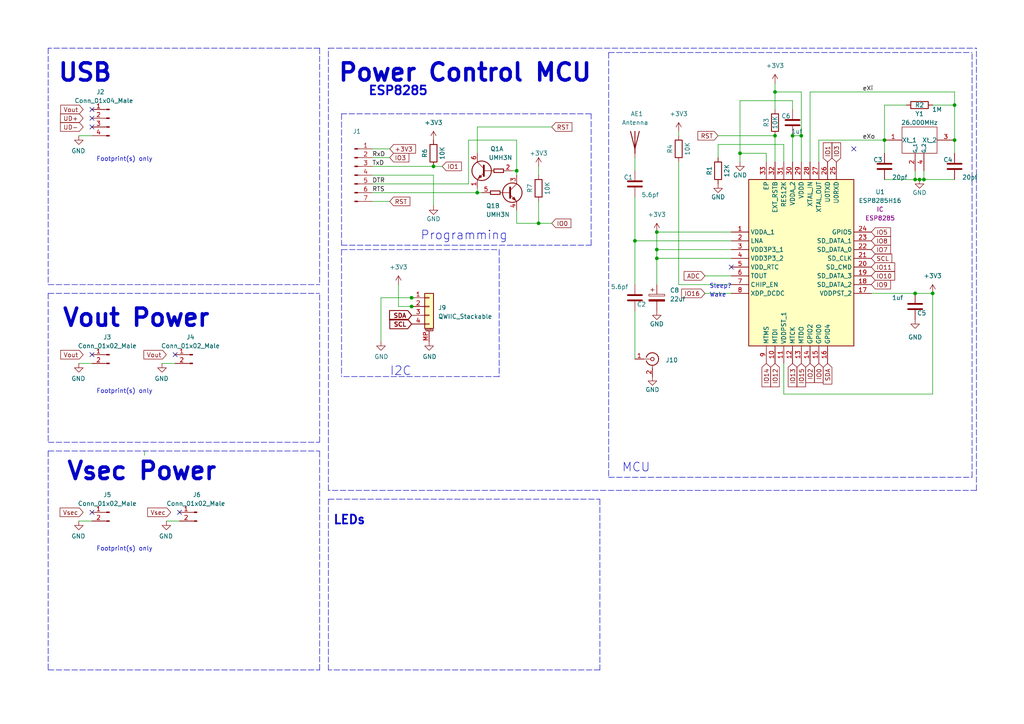
<source format=kicad_sch>
(kicad_sch (version 20211123) (generator eeschema)
  (paper "A4")
  (title_block (title "USB-C PD Controller") (rev "0.0.1") (company "The Nerd Mage"))
  (lib_symbols
    (symbol "0-TINKER Customs:ABM8-26.000MHz-20-D1X-T" (pin_names (offset 0.002))
      (property "Reference" "Y2" (at 0 8.255 0))
      (property "Value" "ABM8-26.000MHz-20-D1X-T" (at 0 6.35 0))
      (symbol "ABM8-26.000MHz-20-D1X-T_0_0"
        (pin passive line (at -10.16 0 0) (length 5.08) (name "Xt_1") (number "1"))
        (pin passive line (at -1.27 -8.89 90) (length 5.08) (name "G_1") (number "2"))
        (pin passive line (at 10.16 0 180) (length 5.08) (name "Xt_2") (number "3"))
        (pin passive line (at 1.27 -8.89 90) (length 5.08) (name "G_2") (number "4"))
      )
      (symbol "ABM8-26.000MHz-20-D1X-T_0_1"
        (polyline (pts (xy -5.08 3.81) (xy 5.08 3.81) (xy 5.08 -3.81) (xy -5.08 -3.81) (xy -5.08 3.81)) (stroke (width 0.1524)))
      )
    )
    (symbol "Connector:Conn_01x02_Male" (pin_names (offset 1.016) hide)
      (property "Reference" "J" (at 0 2.54 0))
      (property "Value" "Conn_01x02_Male" (at 0 -5.08 0))
      (symbol "Conn_01x02_Male_1_1"
        (polyline (pts (xy 1.27 -2.54) (xy 0.8636 -2.54)) (stroke (width 0.1524)))
        (polyline (pts (xy 1.27 0) (xy 0.8636 0)) (stroke (width 0.1524)))
        (rectangle (start 0.8636 -2.413) (end 0 -2.667) (stroke (width 0.1524)) (fill (type outline)))
        (rectangle (start 0.8636 0.127) (end 0 -0.127) (stroke (width 0.1524)) (fill (type outline)))
        (pin passive line (at 5.08 0 180) (length 3.81) (name "Pin_1") (number "1"))
        (pin passive line (at 5.08 -2.54 180) (length 3.81) (name "Pin_2") (number "2"))
      )
    )
    (symbol "Connector:Conn_01x04_Male" (pin_names (offset 1.016) hide)
      (property "Reference" "J" (at 0 5.08 0))
      (property "Value" "Conn_01x04_Male" (at 0 -7.62 0))
      (symbol "Conn_01x04_Male_1_1"
        (polyline (pts (xy 1.27 -5.08) (xy 0.8636 -5.08)) (stroke (width 0.1524)))
        (polyline (pts (xy 1.27 -2.54) (xy 0.8636 -2.54)) (stroke (width 0.1524)))
        (polyline (pts (xy 1.27 0) (xy 0.8636 0)) (stroke (width 0.1524)))
        (polyline (pts (xy 1.27 2.54) (xy 0.8636 2.54)) (stroke (width 0.1524)))
        (rectangle (start 0.8636 -4.953) (end 0 -5.207) (stroke (width 0.1524)) (fill (type outline)))
        (rectangle (start 0.8636 -2.413) (end 0 -2.667) (stroke (width 0.1524)) (fill (type outline)))
        (rectangle (start 0.8636 0.127) (end 0 -0.127) (stroke (width 0.1524)) (fill (type outline)))
        (rectangle (start 0.8636 2.667) (end 0 2.413) (stroke (width 0.1524)) (fill (type outline)))
        (pin passive line (at 5.08 2.54 180) (length 3.81) (name "Pin_1") (number "1"))
        (pin passive line (at 5.08 0 180) (length 3.81) (name "Pin_2") (number "2"))
        (pin passive line (at 5.08 -2.54 180) (length 3.81) (name "Pin_3") (number "3"))
        (pin passive line (at 5.08 -5.08 180) (length 3.81) (name "Pin_4") (number "4"))
      )
    )
    (symbol "Connector:Conn_01x07_Male" (pin_names (offset 1.016) hide)
      (property "Reference" "J" (at 0 10.16 0))
      (property "Value" "Conn_01x07_Male" (at 0 -10.16 0))
      (symbol "Conn_01x07_Male_1_1"
        (polyline (pts (xy 1.27 -7.62) (xy 0.8636 -7.62)) (stroke (width 0.1524)))
        (polyline (pts (xy 1.27 -5.08) (xy 0.8636 -5.08)) (stroke (width 0.1524)))
        (polyline (pts (xy 1.27 -2.54) (xy 0.8636 -2.54)) (stroke (width 0.1524)))
        (polyline (pts (xy 1.27 0) (xy 0.8636 0)) (stroke (width 0.1524)))
        (polyline (pts (xy 1.27 2.54) (xy 0.8636 2.54)) (stroke (width 0.1524)))
        (polyline (pts (xy 1.27 5.08) (xy 0.8636 5.08)) (stroke (width 0.1524)))
        (polyline (pts (xy 1.27 7.62) (xy 0.8636 7.62)) (stroke (width 0.1524)))
        (rectangle (start 0.8636 -7.493) (end 0 -7.747) (stroke (width 0.1524)) (fill (type outline)))
        (rectangle (start 0.8636 -4.953) (end 0 -5.207) (stroke (width 0.1524)) (fill (type outline)))
        (rectangle (start 0.8636 -2.413) (end 0 -2.667) (stroke (width 0.1524)) (fill (type outline)))
        (rectangle (start 0.8636 0.127) (end 0 -0.127) (stroke (width 0.1524)) (fill (type outline)))
        (rectangle (start 0.8636 2.667) (end 0 2.413) (stroke (width 0.1524)) (fill (type outline)))
        (rectangle (start 0.8636 5.207) (end 0 4.953) (stroke (width 0.1524)) (fill (type outline)))
        (rectangle (start 0.8636 7.747) (end 0 7.493) (stroke (width 0.1524)) (fill (type outline)))
        (pin passive line (at 5.08 7.62 180) (length 3.81) (name "Pin_1") (number "1"))
        (pin passive line (at 5.08 5.08 180) (length 3.81) (name "Pin_2") (number "2"))
        (pin passive line (at 5.08 2.54 180) (length 3.81) (name "Pin_3") (number "3"))
        (pin passive line (at 5.08 0 180) (length 3.81) (name "Pin_4") (number "4"))
        (pin passive line (at 5.08 -2.54 180) (length 3.81) (name "Pin_5") (number "5"))
        (pin passive line (at 5.08 -5.08 180) (length 3.81) (name "Pin_6") (number "6"))
        (pin passive line (at 5.08 -7.62 180) (length 3.81) (name "Pin_7") (number "7"))
      )
    )
    (symbol "Connector:Conn_Coaxial" (pin_names (offset 1.016) hide)
      (property "Reference" "J" (at 0.254 3.048 0))
      (property "Value" "Conn_Coaxial" (at 2.921 0 90))
      (symbol "Conn_Coaxial_0_1"
        (arc (start -1.778 -0.508) (mid 0.222 -1.808) (end 1.778 0) (stroke (width 0.254)))
        (polyline (pts (xy -2.54 0) (xy -0.508 0)))
        (polyline (pts (xy 0 -2.54) (xy 0 -1.778)))
        (circle (center 0 0) (radius 0.508) (stroke (width 0.2032)))
        (arc (start 1.778 0) (mid 0.2221 1.8083) (end -1.778 0.508) (stroke (width 0.254)))
      )
      (symbol "Conn_Coaxial_1_1"
        (pin passive line (at -5.08 0 0) (length 2.54) (name "In") (number "1"))
        (pin passive line (at 0 -5.08 90) (length 2.54) (name "Ext") (number "2"))
      )
    )
    (symbol "Connector_QWIIC_Stackable:QWIIC_Stackable" (pin_names (offset 1.016) hide)
      (property "Reference" "J" (at 0 5.08 0))
      (property "Value" "QWIIC_Stackable" (at 1.27 -7.62 0))
      (symbol "QWIIC_Stackable_1_1"
        (rectangle (start -1.27 -4.953) (end 0 -5.207) (stroke (width 0.1524)))
        (rectangle (start -1.27 -2.413) (end 0 -2.667) (stroke (width 0.1524)))
        (rectangle (start -1.27 0.127) (end 0 -0.127) (stroke (width 0.1524)))
        (rectangle (start -1.27 2.667) (end 0 2.413) (stroke (width 0.1524)))
        (rectangle (start -1.27 3.81) (end 1.27 -6.35) (stroke (width 0.254)) (fill (type background)))
        (polyline (pts (xy -1.016 -7.112) (xy 1.016 -7.112)) (stroke (width 0.1524)))
        (text "Mounting" (at 0 -6.731 0) (effects (font (size 0.381 0.381))))
        (pin passive line (at -5.08 2.54 0) (length 3.81) (name "Pin_1") (number "1"))
        (pin passive line (at -5.08 0 0) (length 3.81) (name "Pin_2") (number "2"))
        (pin passive line (at -5.08 -2.54 0) (length 3.81) (name "Pin_3") (number "3"))
        (pin passive line (at -5.08 -5.08 0) (length 3.81) (name "Pin_4") (number "4"))
        (pin passive line (at 0 -10.16 90) (length 3.048) (name "MountPin") (number "MP"))
      )
    )
    (symbol "Device:C" (pin_numbers hide) (pin_names (offset 0.254))
      (property "Reference" "C" (at 0.635 2.54 0))
      (property "Value" "C" (at 0.635 -2.54 0))
      (symbol "C_0_1"
        (polyline (pts (xy -2.032 -0.762) (xy 2.032 -0.762)) (stroke (width 0.508)))
        (polyline (pts (xy -2.032 0.762) (xy 2.032 0.762)) (stroke (width 0.508)))
      )
      (symbol "C_1_1"
        (pin passive line (at 0 3.81 270) (length 2.794) (name "~") (number "1"))
        (pin passive line (at 0 -3.81 90) (length 2.794) (name "~") (number "2"))
      )
    )
    (symbol "Device:C_Polarized" (pin_numbers hide) (pin_names (offset 0.254))
      (property "Reference" "C" (at 0.635 2.54 0))
      (property "Value" "C_Polarized" (at 0.635 -2.54 0))
      (symbol "C_Polarized_0_1"
        (rectangle (start -2.286 0.508) (end 2.286 1.016))
        (polyline (pts (xy -1.778 2.286) (xy -0.762 2.286)))
        (polyline (pts (xy -1.27 2.794) (xy -1.27 1.778)))
        (rectangle (start 2.286 -0.508) (end -2.286 -1.016) (fill (type outline)))
      )
      (symbol "C_Polarized_1_1"
        (pin passive line (at 0 3.81 270) (length 2.794) (name "~") (number "1"))
        (pin passive line (at 0 -3.81 90) (length 2.794) (name "~") (number "2"))
      )
    )
    (symbol "Device:R" (pin_numbers hide) (pin_names (offset 0))
      (property "Reference" "R" (at 2.032 0 90))
      (property "Value" "R" (at 0 0 90))
      (symbol "R_0_1"
        (rectangle (start -1.016 -2.54) (end 1.016 2.54) (stroke (width 0.254)))
      )
      (symbol "R_1_1"
        (pin passive line (at 0 3.81 270) (length 1.27) (name "~") (number "1"))
        (pin passive line (at 0 -3.81 90) (length 1.27) (name "~") (number "2"))
      )
    )
    (symbol "ESP8285:ESP8285"
      (property "Value" "ESP8285" (at 0 0 0))
      (property "Reference_1" "IC" (at 36.83 20.32 0))
      (property "Value_1" "ESP8285" (at 36.83 17.78 0))
      (symbol "ESP8285_1_1"
        (rectangle (start 5.08 15.24) (end 35.56 -33.02) (stroke (width 0.254)) (fill (type background)))
        (pin passive line (at 0 0 0) (length 5.08) (name "VDDA_1") (number "1"))
        (pin passive line (at 12.7 -38.1 90) (length 5.08) (name "MTDI") (number "10"))
        (pin passive line (at 15.24 -38.1 90) (length 5.08) (name "VDDPST_1") (number "11"))
        (pin passive line (at 17.78 -38.1 90) (length 5.08) (name "MTCK") (number "12"))
        (pin passive line (at 20.32 -38.1 90) (length 5.08) (name "MTDO") (number "13"))
        (pin passive line (at 22.86 -38.1 90) (length 5.08) (name "GPIO2") (number "14"))
        (pin passive line (at 25.4 -38.1 90) (length 5.08) (name "GPIO0") (number "15"))
        (pin passive line (at 27.94 -38.1 90) (length 5.08) (name "GPIO4") (number "16"))
        (pin passive line (at 40.64 -17.78 180) (length 5.08) (name "VDDPST_2") (number "17"))
        (pin passive line (at 40.64 -15.24 180) (length 5.08) (name "SD_DATA_2") (number "18"))
        (pin passive line (at 40.64 -12.7 180) (length 5.08) (name "SD_DATA_3") (number "19"))
        (pin passive line (at 0 -2.54 0) (length 5.08) (name "LNA") (number "2"))
        (pin passive line (at 40.64 -10.16 180) (length 5.08) (name "SD_CMD") (number "20"))
        (pin passive line (at 40.64 -7.62 180) (length 5.08) (name "SD_CLK") (number "21"))
        (pin passive line (at 40.64 -5.08 180) (length 5.08) (name "SD_DATA_0") (number "22"))
        (pin passive line (at 40.64 -2.54 180) (length 5.08) (name "SD_DATA_1") (number "23"))
        (pin passive line (at 40.64 0 180) (length 5.08) (name "GPIO5") (number "24"))
        (pin passive line (at 30.48 20.32 270) (length 5.08) (name "U0RXD") (number "25"))
        (pin passive line (at 27.94 20.32 270) (length 5.08) (name "U0TXD") (number "26"))
        (pin passive line (at 25.4 20.32 270) (length 5.08) (name "XTAL_OUT") (number "27"))
        (pin passive line (at 22.86 20.32 270) (length 5.08) (name "XTAL_IN") (number "28"))
        (pin passive line (at 20.32 20.32 270) (length 5.08) (name "VDDD") (number "29"))
        (pin passive line (at 0 -5.08 0) (length 5.08) (name "VDD3P3_1") (number "3"))
        (pin passive line (at 17.78 20.32 270) (length 5.08) (name "VDDA_2") (number "30"))
        (pin passive line (at 15.24 20.32 270) (length 5.08) (name "RES12K") (number "31"))
        (pin passive line (at 12.7 20.32 270) (length 5.08) (name "EXT_RSTB") (number "32"))
        (pin passive line (at 10.16 20.32 270) (length 5.08) (name "EP") (number "33"))
        (pin passive line (at 0 -7.62 0) (length 5.08) (name "VDD3P3_2") (number "4"))
        (pin passive line (at 0 -10.16 0) (length 5.08) (name "VDD_RTC") (number "5"))
        (pin passive line (at 0 -12.7 0) (length 5.08) (name "TOUT") (number "6"))
        (pin passive line (at 0 -15.24 0) (length 5.08) (name "CHIP_EN") (number "7"))
        (pin passive line (at 0 -17.78 0) (length 5.08) (name "XDP_DCDC") (number "8"))
        (pin passive line (at 10.16 -38.1 90) (length 5.08) (name "MTMS") (number "9"))
      )
    )
    (symbol "TINKER Customs:Antenna" (pin_numbers hide) (pin_names (offset 1.016) hide)
      (property "Reference" "AE1" (at 2.54 0.6351 0))
      (property "Value" "Antenna" (at 2.54 -1.9049 0))
      (symbol "Antenna_0_1"
        (polyline (pts (xy 0 2.54) (xy 0 -3.81)) (stroke (width 0.254)))
        (polyline (pts (xy 1.27 2.54) (xy 0 -2.54) (xy -1.27 2.54)) (stroke (width 0.254)))
      )
      (symbol "Antenna_1_1"
        (pin input line (at 0 -5.08 90) (length 2.54) (name "A") (number "1"))
      )
    )
    (symbol "Transistor_BJT:UMH3N" (pin_names hide)
      (property "Reference" "Q" (at 7.62 1.27 0))
      (property "Value" "UMH3N" (at 7.62 -1.27 0))
      (symbol "UMH3N_0_1"
        (polyline (pts (xy 3.175 0) (xy 0.254 0)))
        (polyline (pts (xy 3.175 0.635) (xy 5.08 2.54)))
        (polyline (pts (xy 3.175 1.524) (xy 3.175 -1.524)) (stroke (width 0.508)))
        (polyline (pts (xy 3.175 -0.635) (xy 5.08 -2.54) (xy 5.08 -2.54)))
        (polyline (pts (xy 3.81 -1.778) (xy 4.318 -1.27) (xy 4.826 -2.286) (xy 3.81 -1.778) (xy 3.81 -1.778)) (fill (type outline)))
        (rectangle (start 0.254 0.508) (end -2.54 -0.508) (stroke (width 0.254)))
        (circle (center 3.81 0) (radius 2.8194) (stroke (width 0.254)))
      )
      (symbol "UMH3N_1_1"
        (pin passive line (at 5.08 -5.08 90) (length 2.54) (name "E1") (number "1"))
        (pin input line (at -5.08 0 0) (length 2.54) (name "B1") (number "2"))
        (pin passive line (at 5.08 5.08 270) (length 2.54) (name "C1") (number "6"))
      )
      (symbol "UMH3N_2_1"
        (pin passive line (at 5.08 5.08 270) (length 2.54) (name "C2") (number "3"))
        (pin passive line (at 5.08 -5.08 90) (length 2.54) (name "E2") (number "4"))
        (pin input line (at -5.08 0 0) (length 2.54) (name "B2") (number "5"))
      )
    )
    (symbol "power:+3.3V" (power) (pin_names (offset 0))
      (property "Value" "+3.3V" (at 0 3.556 0))
      (symbol "+3.3V_0_1"
        (polyline (pts (xy -0.762 1.27) (xy 0 2.54)))
        (polyline (pts (xy 0 0) (xy 0 2.54)))
        (polyline (pts (xy 0 2.54) (xy 0.762 1.27)))
      )
      (symbol "+3.3V_1_1"
        (pin power_in line (at 0 0 90) (length 0) hide (name "+3V3") (number "1"))
      )
    )
    (symbol "power:GND" (power) (pin_names (offset 0))
      (property "Value" "GND" (at 0 -3.81 0))
      (symbol "GND_0_1"
        (polyline (pts (xy 0 0) (xy 0 -1.27) (xy 1.27 -1.27) (xy 0 -2.54) (xy -1.27 -1.27) (xy 0 -1.27)))
      )
      (symbol "GND_1_1"
        (pin power_in line (at 0 0 270) (length 0) hide (name "GND") (number "1"))
      )
    )
  )
  (junction (at 119.38 88.9))
  (junction (at 265.43 85.09))
  (junction (at 190.5 67.31))
  (junction (at 224.79 26.67))
  (junction (at 256.54 40.64))
  (junction (at 224.79 39.37))
  (junction (at 138.43 55.88))
  (junction (at 149.86 49.53))
  (junction (at 276.86 30.48))
  (junction (at 184.15 69.85))
  (junction (at 265.43 52.07))
  (junction (at 190.5 72.39))
  (junction (at 214.63 44.45))
  (junction (at 232.41 39.37))
  (junction (at 266.7 52.07))
  (junction (at 276.86 40.64))
  (junction (at 190.5 74.93))
  (junction (at 119.38 86.36))
  (junction (at 267.97 52.07))
  (junction (at 229.87 39.37))
  (junction (at 125.73 48.26))
  (junction (at 270.51 85.09))
  (junction (at 156.21 64.77))
  (no_connect (at 26.67 31.75))
  (no_connect (at 247.65 43.18))
  (no_connect (at 26.67 34.29))
  (no_connect (at 26.67 148.59))
  (no_connect (at 50.8 102.87))
  (no_connect (at 52.07 148.59))
  (no_connect (at 26.67 36.83))
  (no_connect (at 212.09 77.47))
  (no_connect (at 26.67 102.87))
  (wire (pts (xy 256.54 30.48) (xy 256.54 40.64)))
  (wire (pts (xy 107.95 53.34) (xy 135.89 53.34)))
  (wire (pts (xy 224.79 39.37) (xy 208.28 39.37)))
  (wire (pts (xy 107.95 48.26) (xy 125.73 48.26)))
  (wire (pts (xy 125.73 48.26) (xy 128.27 48.26)))
  (wire (pts (xy 196.85 38.1) (xy 196.85 39.37)))
  (wire (pts (xy 276.86 40.64) (xy 276.86 44.45)))
  (wire (pts (xy 119.38 88.9) (xy 115.57 88.9)))
  (wire (pts (xy 222.25 44.45) (xy 214.63 44.45)))
  (polyline (pts (xy 95.25 144.78) (xy 173.99 144.78)))
  (polyline (pts (xy 92.71 13.97) (xy 92.71 82.55)))
  (wire (pts (xy 149.86 64.77) (xy 149.86 60.96)))
  (polyline (pts (xy 176.53 138.43) (xy 281.94 138.43)))
  (wire (pts (xy 119.38 88.9) (xy 119.3251 88.9184)))
  (wire (pts (xy 266.7 52.07) (xy 267.97 52.07)))
  (wire (pts (xy 237.49 40.64) (xy 256.54 40.64)))
  (polyline (pts (xy 92.71 13.97) (xy 13.97 13.97)))
  (polyline (pts (xy 13.97 128.27) (xy 92.71 128.27)))
  (polyline (pts (xy 95.25 144.78) (xy 95.25 194.31)))
  (wire (pts (xy 276.86 30.48) (xy 276.86 40.64)))
  (wire (pts (xy 222.25 46.99) (xy 222.25 44.45)))
  (wire (pts (xy 232.41 26.67) (xy 224.79 26.67)))
  (wire (pts (xy 148.59 49.53) (xy 149.86 49.53)))
  (polyline (pts (xy 92.71 128.27) (xy 92.71 85.09)))
  (wire (pts (xy 138.43 55.88) (xy 139.7 55.88)))
  (wire (pts (xy 156.21 48.26) (xy 156.21 50.8)))
  (wire (pts (xy 184.15 57.15) (xy 184.15 69.85)))
  (wire (pts (xy 252.73 85.09) (xy 265.43 85.09)))
  (polyline (pts (xy 144.78 72.39) (xy 144.78 109.22)))
  (wire (pts (xy 107.95 58.42) (xy 113.03 58.42)))
  (wire (pts (xy 119.38 86.36) (xy 110.49 86.36)))
  (polyline (pts (xy 13.97 130.81) (xy 92.71 130.81)))
  (wire (pts (xy 270.51 114.3) (xy 270.51 85.09)))
  (wire (pts (xy 107.95 55.88) (xy 138.43 55.88)))
  (wire (pts (xy 190.5 72.39) (xy 212.09 72.39)))
  (polyline (pts (xy 13.97 85.09) (xy 13.97 128.27)))
  (wire (pts (xy 184.15 69.85) (xy 184.15 82.55)))
  (polyline (pts (xy 173.99 194.31) (xy 95.25 194.31)))
  (wire (pts (xy 184.15 45.72) (xy 184.15 49.53)))
  (polyline (pts (xy 176.53 15.24) (xy 176.53 138.43)))
  (polyline (pts (xy 281.94 138.43) (xy 281.94 15.24)))
  (wire (pts (xy 190.5 72.39) (xy 190.5 74.93)))
  (polyline (pts (xy 13.97 194.31) (xy 92.71 194.31)))
  (wire (pts (xy 138.43 54.61) (xy 138.43 55.88)))
  (wire (pts (xy 26.67 39.37) (xy 22.86 39.37)))
  (wire (pts (xy 115.57 88.9) (xy 115.57 82.55)))
  (wire (pts (xy 204.47 80.01) (xy 212.09 80.01)))
  (polyline (pts (xy 13.97 82.55) (xy 92.71 82.55)))
  (wire (pts (xy 196.85 82.55) (xy 196.85 46.99)))
  (polyline (pts (xy 171.45 33.02) (xy 99.06 33.02)))
  (wire (pts (xy 229.87 39.37) (xy 229.87 46.99)))
  (polyline (pts (xy 95.25 142.24) (xy 95.25 13.97)))
  (polyline (pts (xy 92.71 194.31) (xy 92.71 130.81)))
  (wire (pts (xy 135.89 53.34) (xy 135.89 40.64)))
  (wire (pts (xy 184.15 90.17) (xy 184.15 104.14)))
  (wire (pts (xy 107.95 43.18) (xy 113.03 43.18)))
  (wire (pts (xy 156.21 58.42) (xy 156.21 64.77)))
  (polyline (pts (xy 13.97 130.81) (xy 13.97 194.31)))
  (wire (pts (xy 149.86 40.64) (xy 149.86 49.53)))
  (wire (pts (xy 256.54 40.64) (xy 256.54 44.45)))
  (wire (pts (xy 224.79 46.99) (xy 224.79 39.37)))
  (wire (pts (xy 190.5 67.31) (xy 212.09 67.31)))
  (polyline (pts (xy 95.25 13.97) (xy 283.21 13.97)))
  (wire (pts (xy 265.43 85.09) (xy 270.51 85.09)))
  (polyline (pts (xy 283.21 142.24) (xy 95.25 142.24)))
  (polyline (pts (xy 99.06 72.39) (xy 144.78 72.39)))
  (polyline (pts (xy 13.97 13.97) (xy 13.97 82.55)))
  (polyline (pts (xy 99.06 71.12) (xy 171.45 71.12)))
  (wire (pts (xy 232.41 46.99) (xy 232.41 39.37)))
  (wire (pts (xy 224.79 26.67) (xy 224.79 24.13)))
  (wire (pts (xy 26.67 105.41) (xy 22.86 105.41)))
  (wire (pts (xy 276.86 26.67) (xy 234.95 26.67)))
  (wire (pts (xy 149.86 49.53) (xy 149.86 50.8)))
  (wire (pts (xy 265.43 52.07) (xy 266.7 52.07)))
  (wire (pts (xy 227.33 114.3) (xy 270.51 114.3)))
  (wire (pts (xy 227.33 105.41) (xy 227.33 114.3)))
  (wire (pts (xy 41.91 132.08) (xy 41.91 130.81)))
  (wire (pts (xy 107.95 50.8) (xy 125.73 50.8)))
  (polyline (pts (xy 99.06 72.39) (xy 99.06 109.22)))
  (wire (pts (xy 208.28 41.91) (xy 208.28 45.72)))
  (wire (pts (xy 149.86 64.77) (xy 156.21 64.77)))
  (wire (pts (xy 232.41 39.37) (xy 232.41 26.67)))
  (wire (pts (xy 229.87 31.75) (xy 229.87 29.21)))
  (wire (pts (xy 256.54 30.48) (xy 262.89 30.48)))
  (wire (pts (xy 237.49 46.99) (xy 237.49 40.64)))
  (wire (pts (xy 232.41 39.37) (xy 229.87 39.37)))
  (wire (pts (xy 212.09 82.55) (xy 196.85 82.55)))
  (wire (pts (xy 276.86 30.48) (xy 276.86 26.67)))
  (polyline (pts (xy 99.06 33.02) (xy 99.06 71.12)))
  (wire (pts (xy 224.79 31.75) (xy 224.79 26.67)))
  (wire (pts (xy 267.97 49.53) (xy 267.97 52.07)))
  (wire (pts (xy 212.09 69.85) (xy 184.15 69.85)))
  (wire (pts (xy 214.63 29.21) (xy 214.63 44.45)))
  (wire (pts (xy 214.63 44.45) (xy 214.63 46.99)))
  (wire (pts (xy 229.87 29.21) (xy 214.63 29.21)))
  (wire (pts (xy 110.49 86.36) (xy 110.49 99.06)))
  (wire (pts (xy 227.33 41.91) (xy 208.28 41.91)))
  (wire (pts (xy 234.95 26.67) (xy 234.95 46.99)))
  (wire (pts (xy 227.33 46.99) (xy 227.33 41.91)))
  (wire (pts (xy 190.5 67.31) (xy 190.5 72.39)))
  (wire (pts (xy 190.5 74.93) (xy 212.09 74.93)))
  (wire (pts (xy 204.47 85.09) (xy 212.09 85.09)))
  (wire (pts (xy 190.5 74.93) (xy 190.5 82.55)))
  (wire (pts (xy 267.97 52.07) (xy 276.86 52.07)))
  (wire (pts (xy 156.21 64.77) (xy 160.02 64.77)))
  (wire (pts (xy 135.89 40.64) (xy 149.86 40.64)))
  (polyline (pts (xy 173.99 144.78) (xy 173.99 194.31)))
  (wire (pts (xy 52.07 151.13) (xy 48.26 151.13)))
  (wire (pts (xy 256.54 52.07) (xy 265.43 52.07)))
  (wire (pts (xy 125.73 50.8) (xy 125.73 59.69)))
  (wire (pts (xy 50.8 105.41) (xy 46.99 105.41)))
  (wire (pts (xy 138.43 36.83) (xy 138.43 44.45)))
  (wire (pts (xy 107.95 45.72) (xy 113.03 45.72)))
  (wire (pts (xy 119.38 86.36) (xy 119.3251 86.3784)))
  (polyline (pts (xy 283.21 142.24) (xy 283.21 13.97)))
  (polyline (pts (xy 144.78 109.22) (xy 99.06 109.22)))
  (polyline (pts (xy 13.97 85.09) (xy 92.71 85.09)))
  (polyline (pts (xy 171.45 71.12) (xy 171.45 33.02)))
  (polyline (pts (xy 176.53 15.24) (xy 281.94 15.24)))
  (wire (pts (xy 26.67 151.13) (xy 22.86 151.13)))
  (wire (pts (xy 270.51 30.48) (xy 276.86 30.48)))
  (wire (pts (xy 265.43 49.53) (xy 265.43 52.07)))
  (wire (pts (xy 138.43 36.83) (xy 160.02 36.83)))
  (text "Vsec Power" (at 19.05 139.7 0) (effects (font (size 5 5) (thickness 1) bold) (justify left bottom)))
  (text "Vout Power" (at 17.78 95.25 0) (effects (font (size 5 5) (thickness 1) bold) (justify left bottom)))
  (text "MCU" (at 180.34 137.16 0) (effects (font (size 2.54 2.54)) (justify left bottom)))
  (text "Footprint(s) only" (at 27.94 46.99 0) (effects (font (size 1.27 1.27)) (justify left bottom)))
  (text "Footprint(s) only" (at 27.94 160.02 0) (effects (font (size 1.27 1.27)) (justify left bottom)))
  (text "Wake" (at 205.74 86.36 0) (effects (font (size 1.27 1.27)) (justify left bottom)))
  (text "ESP8285" (at 106.68 27.94 180) (effects (font (size 2.54 2.54) (thickness 0.508) bold) (justify left bottom)))
  (text "USB" (at 16.51 24.13 0) (effects (font (size 5 5) (thickness 1) bold) (justify left bottom)))
  (text "I2C" (at 113.03 109.22 0) (effects (font (size 2.54 2.54)) (justify left bottom)))
  (text "Power Control MCU" (at 97.79 24.13 0) (effects (font (size 5 5) (thickness 1) bold) (justify left bottom)))
  (text "Sleep?" (at 205.74 83.82 0) (effects (font (size 1.27 1.27)) (justify left bottom)))
  (text "Programming" (at 121.92 69.85 0) (effects (font (size 2.54 2.54)) (justify left bottom)))
  (text "Footprint(s) only" (at 27.94 114.3 0) (effects (font (size 1.27 1.27)) (justify left bottom)))
  (text "LEDs" (at 96.52 152.4 180) (effects (font (size 2.54 2.54) (thickness 0.508) bold) (justify left bottom)))
  (label "RTS" (at 107.95 55.88 0))
  (label "TxD" (at 107.95 48.26 0))
  (label "eXo" (at 250.19 40.64 0))
  (label "eXi" (at 250.19 26.67 0))
  (label "RxD" (at 107.95 45.72 0))
  (label "DTR" (at 107.95 53.34 0))
  (global_label "SCL" (shape input) (at 252.73 74.93 0) (property "Intersheet References" "${INTERSHEET_REFS}" (effects hide)))
  (global_label "IO13" (shape input) (at 229.87 105.41 270) (property "Intersheet References" "${INTERSHEET_REFS}" (effects hide)))
  (global_label "IO16" (shape input) (at 204.47 85.09 180) (property "Intersheet References" "${INTERSHEET_REFS}" (effects hide)))
  (global_label "IO15" (shape input) (at 232.41 105.41 270) (property "Intersheet References" "${INTERSHEET_REFS}" (effects hide)))
  (global_label "IO0" (shape input) (at 237.49 105.41 270) (property "Intersheet References" "${INTERSHEET_REFS}" (effects hide)))
  (global_label "Vout" (shape input) (at 24.13 31.75 180) (property "Intersheet References" "${INTERSHEET_REFS}" (effects hide)))
  (global_label "IO2" (shape input) (at 234.95 105.41 270) (property "Intersheet References" "${INTERSHEET_REFS}" (effects hide)))
  (global_label "IO3" (shape input) (at 242.57 46.99 90) (property "Intersheet References" "${INTERSHEET_REFS}" (effects hide)))
  (global_label "RST" (shape input) (at 113.03 58.42 0) (property "Intersheet References" "${INTERSHEET_REFS}" (effects hide)))
  (global_label "Vout" (shape input) (at 24.13 102.87 180) (property "Intersheet References" "${INTERSHEET_REFS}" (effects hide)))
  (global_label "IO12" (shape input) (at 224.79 105.41 270) (property "Intersheet References" "${INTERSHEET_REFS}" (effects hide)))
  (global_label "Vsec" (shape input) (at 24.13 148.59 180) (property "Intersheet References" "${INTERSHEET_REFS}" (effects hide)))
  (global_label "IO7" (shape input) (at 252.73 72.39 0) (property "Intersheet References" "${INTERSHEET_REFS}" (effects hide)))
  (global_label "UD-" (shape input) (at 24.13 36.83 180) (property "Intersheet References" "${INTERSHEET_REFS}" (effects hide)))
  (global_label "Vout" (shape input) (at 48.26 102.87 180) (property "Intersheet References" "${INTERSHEET_REFS}" (effects hide)))
  (global_label "SDA" (shape input) (at 240.03 105.41 270) (property "Intersheet References" "${INTERSHEET_REFS}" (effects hide)))
  (global_label "IO1" (shape input) (at 128.27 48.26 0) (property "Intersheet References" "${INTERSHEET_REFS}" (effects hide)))
  (global_label "+3V3" (shape input) (at 113.03 43.18 0) (property "Intersheet References" "${INTERSHEET_REFS}" (effects hide)))
  (global_label "IO8" (shape input) (at 252.73 69.85 0) (property "Intersheet References" "${INTERSHEET_REFS}" (effects hide)))
  (global_label "IO9" (shape input) (at 252.73 82.55 0) (property "Intersheet References" "${INTERSHEET_REFS}" (effects hide)))
  (global_label "IO14" (shape input) (at 222.25 105.41 270) (property "Intersheet References" "${INTERSHEET_REFS}" (effects hide)))
  (global_label "IO0" (shape input) (at 160.02 64.77 0) (property "Intersheet References" "${INTERSHEET_REFS}" (effects hide)))
  (global_label "ADC" (shape input) (at 204.47 80.01 180) (property "Intersheet References" "${INTERSHEET_REFS}" (effects hide)))
  (global_label "SDA" (shape input) (at 119.38 91.44 180) (effects (font bold)) (property "Intersheet References" "${INTERSHEET_REFS}" (effects hide)))
  (global_label "IO1" (shape input) (at 240.03 46.99 90) (property "Intersheet References" "${INTERSHEET_REFS}" (effects hide)))
  (global_label "IO5" (shape input) (at 252.73 67.31 0) (property "Intersheet References" "${INTERSHEET_REFS}" (effects hide)))
  (global_label "IO10" (shape input) (at 252.73 80.01 0) (property "Intersheet References" "${INTERSHEET_REFS}" (effects hide)))
  (global_label "SCL" (shape input) (at 119.38 93.98 180) (effects (font (thickness 0.254) bold)) (property "Intersheet References" "${INTERSHEET_REFS}" (effects hide)))
  (global_label "Vsec" (shape input) (at 49.53 148.59 180) (property "Intersheet References" "${INTERSHEET_REFS}" (effects hide)))
  (global_label "IO11" (shape input) (at 252.73 77.47 0) (property "Intersheet References" "${INTERSHEET_REFS}" (effects hide)))
  (global_label "IO3" (shape input) (at 113.03 45.72 0) (property "Intersheet References" "${INTERSHEET_REFS}" (effects hide)))
  (global_label "RST" (shape input) (at 208.28 39.37 180) (property "Intersheet References" "${INTERSHEET_REFS}" (effects hide)))
  (global_label "UD+" (shape input) (at 24.13 34.29 180) (property "Intersheet References" "${INTERSHEET_REFS}" (effects hide)))
  (global_label "RST" (shape input) (at 160.02 36.83 0) (property "Intersheet References" "${INTERSHEET_REFS}" (effects hide)))
  (symbol (lib_id "Connector:Conn_Coaxial") (at 189.23 104.14 0) (unit 1) (in_bom no)
    (property "Reference" "J10" (at 193.04 104.4331 0) (effects (justify left)))
    (property "Value" "Conn_Coaxial" (effects hide))
    (property "Footprint" "Connector_Coaxial:U.FL_Molex_MCRF_73412-0110_Vertical" (effects hide))
    (property "Datasheet" " ~" (effects hide))
  )
  (symbol (lib_id "power:GND") (at 208.28 53.34 0) (unit 1)
    (property "Reference" "#PWR0112" (effects hide))
    (property "Value" "GND" (at 208.28 57.15 0))
  )
  (symbol (lib_id "Transistor_BJT:UMH3N") (at 143.51 49.53 0) (mirror y) (unit 1)
    (property "Reference" "Q1" (at 146.05 43.18 0) (effects (justify left)))
    (property "Value" "UMH3N" (at 148.59 45.72 0) (effects (justify left)))
    (property "Footprint" "Package_TO_SOT_SMD:SOT-363_SC-70-6" (effects hide))
    (property "Datasheet" "http://rohmfs.rohm.com/en/products/databook/datasheet/discrete/transistor/digital/emh3t2r-e.pdf" (effects hide))
    (property "Vendor" "LCSC C62892" (effects hide))
  )
  (symbol (lib_id "ESP8285:ESP8285") (at 212.09 67.31 0) (unit 1)
    (property "Reference" "U1" (at 255.27 55.6512 0))
    (property "Value" "ESP8285H16" (at 255.27 58.1912 0))
    (property "Footprint" "Tinker:QFN50P500X500X90-33N-D" (effects hide))
    (property "Reference_1" "IC" (at 255.27 60.7312 0))
    (property "Value_1" "ESP8285" (at 255.27 63.2712 0))
    (property "Footprint_1" "QFN50P500X500X90-33N-D" (effects hide))
    (property "Datasheet_1" "http://espressif.com/sites/default/files/documentation/0a-esp8285_datasheet_en.pdf" (effects hide))
    (property "Height" "0.9" (effects hide))
    (property "Manufacturer_Name" "Espressif Systems" (effects hide))
    (property "Manufacturer_Part_Number" "ESP8285" (effects hide))
    (property "Vendor" "LCSC C967019" (effects hide))
  )
  (symbol (lib_id "power:+3.3V") (at 190.5 67.31 0) (unit 1)
    (property "Reference" "#PWR0107" (effects hide))
    (property "Value" "+3.3V" (at 190.5 62.23 0))
  )
  (symbol (lib_id "Device:C") (at 276.86 48.26 180) (unit 1)
    (property "Reference" "C4" (at 274.955 46.355 0))
    (property "Value" "20pf" (at 281.305 51.435 0))
    (property "Footprint" "Capacitor_SMD:C_0603_1608Metric" (effects hide))
    (property "Vendor" "LCSC C325469" (effects hide))
  )
  (symbol (lib_id "Device:C") (at 256.54 48.26 180) (unit 1)
    (property "Reference" "C3" (at 254.635 46.355 0))
    (property "Value" "20pf" (at 260.985 51.435 0))
    (property "Footprint" "Capacitor_SMD:C_0603_1608Metric" (effects hide))
    (property "Vendor" "LCSC C325469" (effects hide))
  )
  (symbol (lib_id "Connector:Conn_01x02_Male") (at 31.75 102.87 0) (mirror y) (unit 1) (in_bom no)
    (property "Reference" "J3" (at 31.115 97.79 0))
    (property "Value" "Conn_01x02_Male" (at 31.115 100.33 0))
    (property "Footprint" "Tinker:PinHeader_1x02_P2.54mm_Vertical" (effects hide))
  )
  (symbol (lib_id "Device:R") (at 224.79 35.56 180) (unit 1)
    (property "Reference" "R3" (at 222.25 35.56 90))
    (property "Value" "10K" (at 224.79 35.56 90))
    (property "Footprint" "Resistor_SMD:R_0603_1608Metric" (effects hide))
    (property "Vendor" "LCSC C25804" (effects hide))
  )
  (symbol (lib_id "power:GND") (at 125.73 59.69 0) (unit 1)
    (property "Reference" "#PWR0118" (effects hide))
    (property "Value" "GND" (at 125.73 63.5 0))
  )
  (symbol (lib_id "Device:C") (at 229.87 35.56 180) (unit 1)
    (property "Reference" "C6" (at 227.965 33.655 0))
    (property "Value" "1uf" (at 231.14 38.1 0))
    (property "Footprint" "Capacitor_SMD:C_0603_1608Metric" (effects hide))
    (property "Vendor" "LCSC C559769" (effects hide))
  )
  (symbol (lib_id "power:GND") (at 22.86 39.37 0) (mirror y) (unit 1)
    (property "Reference" "#PWR0106" (effects hide))
    (property "Value" "GND" (at 22.733 43.7642 0))
  )
  (symbol (lib_id "power:GND") (at 189.23 109.22 0) (unit 1)
    (property "Reference" "#PWR0108" (effects hide))
    (property "Value" "GND" (at 189.23 113.03 0))
  )
  (symbol (lib_id "power:GND") (at 266.7 52.07 0) (unit 1)
    (property "Reference" "#PWR0114" (effects hide))
    (property "Value" "GND" (at 266.7 55.88 0))
  )
  (symbol (lib_id "Device:C_Polarized") (at 190.5 86.36 0) (unit 1)
    (property "Reference" "C8" (at 194.31 84.2009 0) (effects (justify left)))
    (property "Value" "22uf" (at 194.31 86.7409 0) (effects (justify left)))
    (property "Footprint" "Tinker:CP_EIA-6032-28-Tantalumm_HandSolder" (effects hide))
    (property "Datasheet" "http://datasheets.avx.com/TAJ.pdf" (effects hide))
    (property "P/N" "TAJB226M010RNJ" (effects hide))
    (property "Vendor" "LCSC C89246" (effects hide))
  )
  (symbol (lib_id "Device:R") (at 196.85 43.18 180) (unit 1)
    (property "Reference" "R4" (at 194.31 43.18 90))
    (property "Value" "10K" (at 199.39 43.18 90))
    (property "Footprint" "Resistor_SMD:R_0603_1608Metric" (effects hide))
    (property "Vendor" "LCSC C25804" (effects hide))
  )
  (symbol (lib_id "Transistor_BJT:UMH3N") (at 144.78 55.88 0) (unit 2)
    (property "Reference" "Q1" (at 140.97 59.69 0) (effects (justify left)))
    (property "Value" "UMH3N" (at 140.97 62.23 0) (effects (justify left)))
    (property "Footprint" "Package_TO_SOT_SMD:SOT-363_SC-70-6" (effects hide))
    (property "Datasheet" "http://rohmfs.rohm.com/en/products/databook/datasheet/discrete/transistor/digital/emh3t2r-e.pdf" (effects hide))
    (property "Vendor" "LCSC C62892" (effects hide))
  )
  (symbol (lib_id "power:GND") (at 22.86 105.41 0) (mirror y) (unit 1)
    (property "Reference" "#PWR0104" (effects hide))
    (property "Value" "GND" (at 22.733 109.8042 0))
  )
  (symbol (lib_id "Device:C") (at 184.15 86.36 0) (unit 1)
    (property "Reference" "C2" (at 186.055 88.265 0))
    (property "Value" "5.6pf" (at 179.705 83.185 0))
    (property "Footprint" "Capacitor_SMD:C_0603_1608Metric" (effects hide))
  )
  (symbol (lib_id "power:GND") (at 265.43 92.71 0) (unit 1)
    (property "Reference" "#PWR0105" (effects hide))
    (property "Value" "GND" (at 265.43 97.79 0))
  )
  (symbol (lib_id "power:GND") (at 190.5 90.17 0) (unit 1)
    (property "Reference" "#PWR0119" (effects hide))
    (property "Value" "GND" (at 190.5 93.98 0))
  )
  (symbol (lib_id "Device:R") (at 208.28 49.53 180) (unit 1)
    (property "Reference" "R1" (at 205.74 49.53 90))
    (property "Value" "12K" (at 210.82 49.53 90))
    (property "Footprint" "Resistor_SMD:R_0603_1608Metric" (effects hide))
    (property "Vendor" "LCSC C22790" (effects hide))
  )
  (symbol (lib_id "power:+3.3V") (at 156.21 48.26 0) (unit 1)
    (property "Reference" "#PWR0116" (effects hide))
    (property "Value" "+3.3V" (at 156.21 44.45 0))
  )
  (symbol (lib_id "power:+3.3V") (at 115.57 82.55 0) (unit 1)
    (property "Reference" "#PWR0115" (effects hide))
    (property "Value" "+3.3V" (at 115.57 77.47 0))
  )
  (symbol (lib_id "power:GND") (at 48.26 151.13 0) (mirror y) (unit 1)
    (property "Reference" "#PWR0101" (effects hide))
    (property "Value" "GND" (at 48.133 155.5242 0))
  )
  (symbol (lib_id "power:GND") (at 46.99 105.41 0) (mirror y) (unit 1)
    (property "Reference" "#PWR0121" (effects hide))
    (property "Value" "GND" (at 46.863 109.8042 0))
  )
  (symbol (lib_id "power:+3.3V") (at 224.79 24.13 0) (unit 1)
    (property "Reference" "#PWR0111" (effects hide))
    (property "Value" "+3.3V" (at 224.79 19.05 0))
  )
  (symbol (lib_id "Device:R") (at 266.7 30.48 90) (unit 1)
    (property "Reference" "R2" (at 266.7 30.48 90))
    (property "Value" "1M" (at 271.78 31.75 90))
    (property "Footprint" "Resistor_SMD:R_0603_1608Metric" (effects hide))
    (property "Vendor" "LCSC C22935" (effects hide))
  )
  (symbol (lib_id "power:GND") (at 22.86 151.13 0) (mirror y) (unit 1)
    (property "Reference" "#PWR0120" (effects hide))
    (property "Value" "GND" (at 22.733 155.5242 0))
  )
  (symbol (lib_id "power:+3.3V") (at 196.85 38.1 0) (unit 1)
    (property "Reference" "#PWR0103" (effects hide))
    (property "Value" "+3.3V" (at 196.85 33.02 0))
  )
  (symbol (lib_id "Device:R") (at 125.73 44.45 180) (unit 1)
    (property "Reference" "R6" (at 123.19 44.45 90))
    (property "Value" "10K" (at 128.27 44.45 90))
    (property "Footprint" "Resistor_SMD:R_0603_1608Metric" (effects hide))
    (property "Vendor" "LCSC C25804" (effects hide))
  )
  (symbol (lib_id "Device:R") (at 156.21 54.61 180) (unit 1)
    (property "Reference" "R7" (at 153.67 54.61 90))
    (property "Value" "10K" (at 158.75 54.61 90))
    (property "Footprint" "Resistor_SMD:R_0603_1608Metric" (effects hide))
    (property "Vendor" "LCSC C25804" (effects hide))
  )
  (symbol (lib_id "Connector_QWIIC_Stackable:QWIIC_Stackable") (at 124.46 88.9 0) (unit 1)
    (property "Reference" "J9" (at 127.0549 89.2555 0) (effects (justify left)))
    (property "Value" "QWIIC_Stackable" (at 127.0549 91.7955 0) (effects (justify left)))
    (property "Footprint" "Tinker:QWIIC_Stackable" (effects hide))
    (property "Vendor" "LCSC C145956, " (effects hide))
  )
  (symbol (lib_id "Connector:Conn_01x02_Male") (at 57.15 148.59 0) (mirror y) (unit 1) (in_bom no)
    (property "Reference" "J6" (at 55.88 143.51 0) (effects (justify right)))
    (property "Value" "Conn_01x02_Male" (at 48.26 146.05 0) (effects (justify right)))
    (property "Footprint" "Tinker:PinHeader_1x02_P2.54mm_Vertical" (effects hide))
  )
  (symbol (lib_id "Connector:Conn_01x04_Male") (at 31.75 34.29 0) (mirror y) (unit 1) (in_bom no)
    (property "Reference" "J2" (at 27.94 26.67 0) (effects (justify right)))
    (property "Value" "Conn_01x04_Male" (at 21.59 29.21 0) (effects (justify right)))
    (property "Footprint" "Tinker:PinHeader_1x04_P2.54mm_Vertical" (effects hide))
  )
  (symbol (lib_id "power:+3.3V") (at 270.51 85.09 0) (unit 1)
    (property "Reference" "#PWR0102" (effects hide))
    (property "Value" "+3.3V" (at 270.51 80.01 0))
  )
  (symbol (lib_id "power:+3.3V") (at 125.73 40.64 0) (unit 1)
    (property "Reference" "#PWR0117" (effects hide))
    (property "Value" "+3.3V" (at 125.73 35.56 0))
  )
  (symbol (lib_id "Device:C") (at 265.43 88.9 0) (unit 1)
    (property "Reference" "C5" (at 267.335 90.805 0))
    (property "Value" "1uf" (at 260.35 86.36 0))
    (property "Footprint" "Capacitor_SMD:C_0603_1608Metric" (effects hide))
    (property "Vendor" "LCSC C559769" (effects hide))
  )
  (symbol (lib_id "power:GND") (at 124.46 99.06 0) (unit 1)
    (property "Reference" "#PWR0123" (effects hide))
    (property "Value" "GND" (at 124.587 103.4542 0))
  )
  (symbol (lib_id "power:GND") (at 214.63 46.99 0) (unit 1)
    (property "Reference" "#PWR0122" (effects hide))
    (property "Value" "GND" (at 214.63 50.8 0))
  )
  (symbol (lib_id "Connector:Conn_01x02_Male") (at 55.88 102.87 0) (mirror y) (unit 1) (in_bom no)
    (property "Reference" "J4" (at 55.245 97.79 0))
    (property "Value" "Conn_01x02_Male" (at 55.245 100.33 0))
    (property "Footprint" "Tinker:PinHeader_1x02_P2.54mm_Vertical" (effects hide))
  )
  (symbol (lib_id "0-TINKER Customs:ABM8-26.000MHz-20-D1X-T") (at 266.7 40.64 0) (unit 1)
    (property "Reference" "Y1" (at 266.7 33.02 0))
    (property "Value" "26.000MHz" (at 266.7 35.56 0))
    (property "Footprint" "Tinker:ABM825000MHz10B1UT" (effects hide))
    (property "Datasheet" "https://abracon.com/Resonators/abm8.pdf" (effects hide))
    (property "Description" "CRYSTAL 25.0000MHZ 20PF SMD" (effects hide))
    (property "Height" "0.8" (effects hide))
    (property "Vendor" "LCSC C2149083" (effects hide))
  )
  (symbol (lib_id "TINKER Customs:Antenna") (at 184.15 40.64 0) (unit 1) (in_bom no) (on_board no)
    (property "Reference" "AE1" (at 182.88 33.02 0) (effects (justify left)))
    (property "Value" "Antenna" (at 180.34 35.56 0) (effects (justify left)))
    (property "Footprint" "Tinker Customs:Texas_SWRA117D_2.4GHz_Left" (effects hide))
  )
  (symbol (lib_id "power:GND") (at 110.49 99.06 0) (unit 1)
    (property "Reference" "#PWR0124" (effects hide))
    (property "Value" "GND" (at 110.617 103.4542 0))
  )
  (symbol (lib_id "Device:C") (at 184.15 53.34 180) (unit 1) (in_bom no) (on_board no)
    (property "Reference" "C1" (at 182.245 51.435 0))
    (property "Value" "5.6pf" (at 188.595 56.515 0))
    (property "Footprint" "Capacitor_SMD:C_0603_1608Metric" (effects hide))
  )
  (symbol (lib_id "Connector:Conn_01x02_Male") (at 31.75 148.59 0) (mirror y) (unit 1) (in_bom no)
    (property "Reference" "J5" (at 31.115 143.51 0))
    (property "Value" "Conn_01x02_Male" (at 31.115 146.05 0))
    (property "Footprint" "Tinker:PinHeader_1x02_P2.54mm_Vertical" (effects hide))
  )
  (symbol (lib_id "Connector:Conn_01x07_Male") (at 102.87 50.8 0) (unit 1) (in_bom no)
    (property "Reference" "J1" (at 103.505 38.1 0))
    (property "Value" "Conn_01x07_Male" (effects hide))
    (property "Footprint" "Connector_PinHeader_2.54mm:PinHeader_1x07_P2.54mm_Vertical" (effects hide))
    (property "Note" "Footprint only" (effects hide))
  )
)
</source>
